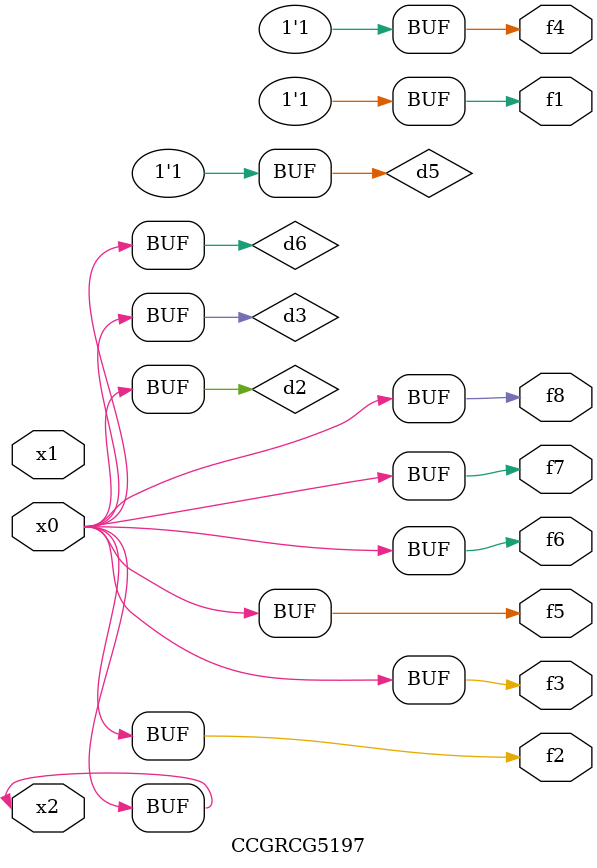
<source format=v>
module CCGRCG5197(
	input x0, x1, x2,
	output f1, f2, f3, f4, f5, f6, f7, f8
);

	wire d1, d2, d3, d4, d5, d6;

	xnor (d1, x2);
	buf (d2, x0, x2);
	and (d3, x0);
	xnor (d4, x1, x2);
	nand (d5, d1, d3);
	buf (d6, d2, d3);
	assign f1 = d5;
	assign f2 = d6;
	assign f3 = d6;
	assign f4 = d5;
	assign f5 = d6;
	assign f6 = d6;
	assign f7 = d6;
	assign f8 = d6;
endmodule

</source>
